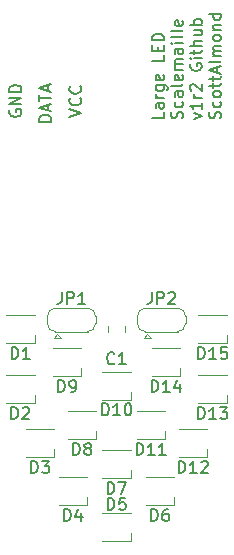
<source format=gbr>
G04 #@! TF.GenerationSoftware,KiCad,Pcbnew,(5.99.0-10027-g0561ce903e)*
G04 #@! TF.CreationDate,2021-10-10T12:50:56-07:00*
G04 #@! TF.ProjectId,scale_cca,7363616c-655f-4636-9361-2e6b69636164,v1r0*
G04 #@! TF.SameCoordinates,Original*
G04 #@! TF.FileFunction,Legend,Top*
G04 #@! TF.FilePolarity,Positive*
%FSLAX46Y46*%
G04 Gerber Fmt 4.6, Leading zero omitted, Abs format (unit mm)*
G04 Created by KiCad (PCBNEW (5.99.0-10027-g0561ce903e)) date 2021-10-10 12:50:56*
%MOMM*%
%LPD*%
G01*
G04 APERTURE LIST*
%ADD10C,0.150000*%
%ADD11C,0.120000*%
G04 APERTURE END LIST*
D10*
X40518880Y-22683214D02*
X40518880Y-23159404D01*
X39518880Y-23159404D01*
X40518880Y-21921309D02*
X39995071Y-21921309D01*
X39899833Y-21968928D01*
X39852214Y-22064166D01*
X39852214Y-22254642D01*
X39899833Y-22349880D01*
X40471261Y-21921309D02*
X40518880Y-22016547D01*
X40518880Y-22254642D01*
X40471261Y-22349880D01*
X40376023Y-22397500D01*
X40280785Y-22397500D01*
X40185547Y-22349880D01*
X40137928Y-22254642D01*
X40137928Y-22016547D01*
X40090309Y-21921309D01*
X40518880Y-21445119D02*
X39852214Y-21445119D01*
X40042690Y-21445119D02*
X39947452Y-21397500D01*
X39899833Y-21349880D01*
X39852214Y-21254642D01*
X39852214Y-21159404D01*
X39852214Y-20397500D02*
X40661738Y-20397500D01*
X40756976Y-20445119D01*
X40804595Y-20492738D01*
X40852214Y-20587976D01*
X40852214Y-20730833D01*
X40804595Y-20826071D01*
X40471261Y-20397500D02*
X40518880Y-20492738D01*
X40518880Y-20683214D01*
X40471261Y-20778452D01*
X40423642Y-20826071D01*
X40328404Y-20873690D01*
X40042690Y-20873690D01*
X39947452Y-20826071D01*
X39899833Y-20778452D01*
X39852214Y-20683214D01*
X39852214Y-20492738D01*
X39899833Y-20397500D01*
X40471261Y-19540357D02*
X40518880Y-19635595D01*
X40518880Y-19826071D01*
X40471261Y-19921309D01*
X40376023Y-19968928D01*
X39995071Y-19968928D01*
X39899833Y-19921309D01*
X39852214Y-19826071D01*
X39852214Y-19635595D01*
X39899833Y-19540357D01*
X39995071Y-19492738D01*
X40090309Y-19492738D01*
X40185547Y-19968928D01*
X40518880Y-17826071D02*
X40518880Y-18302261D01*
X39518880Y-18302261D01*
X39995071Y-17492738D02*
X39995071Y-17159404D01*
X40518880Y-17016547D02*
X40518880Y-17492738D01*
X39518880Y-17492738D01*
X39518880Y-17016547D01*
X40518880Y-16587976D02*
X39518880Y-16587976D01*
X39518880Y-16349880D01*
X39566500Y-16207023D01*
X39661738Y-16111785D01*
X39756976Y-16064166D01*
X39947452Y-16016547D01*
X40090309Y-16016547D01*
X40280785Y-16064166D01*
X40376023Y-16111785D01*
X40471261Y-16207023D01*
X40518880Y-16349880D01*
X40518880Y-16587976D01*
X42081261Y-23207023D02*
X42128880Y-23064166D01*
X42128880Y-22826071D01*
X42081261Y-22730833D01*
X42033642Y-22683214D01*
X41938404Y-22635595D01*
X41843166Y-22635595D01*
X41747928Y-22683214D01*
X41700309Y-22730833D01*
X41652690Y-22826071D01*
X41605071Y-23016547D01*
X41557452Y-23111785D01*
X41509833Y-23159404D01*
X41414595Y-23207023D01*
X41319357Y-23207023D01*
X41224119Y-23159404D01*
X41176500Y-23111785D01*
X41128880Y-23016547D01*
X41128880Y-22778452D01*
X41176500Y-22635595D01*
X42081261Y-21778452D02*
X42128880Y-21873690D01*
X42128880Y-22064166D01*
X42081261Y-22159404D01*
X42033642Y-22207023D01*
X41938404Y-22254642D01*
X41652690Y-22254642D01*
X41557452Y-22207023D01*
X41509833Y-22159404D01*
X41462214Y-22064166D01*
X41462214Y-21873690D01*
X41509833Y-21778452D01*
X42128880Y-20921309D02*
X41605071Y-20921309D01*
X41509833Y-20968928D01*
X41462214Y-21064166D01*
X41462214Y-21254642D01*
X41509833Y-21349880D01*
X42081261Y-20921309D02*
X42128880Y-21016547D01*
X42128880Y-21254642D01*
X42081261Y-21349880D01*
X41986023Y-21397500D01*
X41890785Y-21397500D01*
X41795547Y-21349880D01*
X41747928Y-21254642D01*
X41747928Y-21016547D01*
X41700309Y-20921309D01*
X42128880Y-20302261D02*
X42081261Y-20397500D01*
X41986023Y-20445119D01*
X41128880Y-20445119D01*
X42081261Y-19540357D02*
X42128880Y-19635595D01*
X42128880Y-19826071D01*
X42081261Y-19921309D01*
X41986023Y-19968928D01*
X41605071Y-19968928D01*
X41509833Y-19921309D01*
X41462214Y-19826071D01*
X41462214Y-19635595D01*
X41509833Y-19540357D01*
X41605071Y-19492738D01*
X41700309Y-19492738D01*
X41795547Y-19968928D01*
X42128880Y-19064166D02*
X41462214Y-19064166D01*
X41557452Y-19064166D02*
X41509833Y-19016547D01*
X41462214Y-18921309D01*
X41462214Y-18778452D01*
X41509833Y-18683214D01*
X41605071Y-18635595D01*
X42128880Y-18635595D01*
X41605071Y-18635595D02*
X41509833Y-18587976D01*
X41462214Y-18492738D01*
X41462214Y-18349880D01*
X41509833Y-18254642D01*
X41605071Y-18207023D01*
X42128880Y-18207023D01*
X42128880Y-17302261D02*
X41605071Y-17302261D01*
X41509833Y-17349880D01*
X41462214Y-17445119D01*
X41462214Y-17635595D01*
X41509833Y-17730833D01*
X42081261Y-17302261D02*
X42128880Y-17397500D01*
X42128880Y-17635595D01*
X42081261Y-17730833D01*
X41986023Y-17778452D01*
X41890785Y-17778452D01*
X41795547Y-17730833D01*
X41747928Y-17635595D01*
X41747928Y-17397500D01*
X41700309Y-17302261D01*
X42128880Y-16826071D02*
X41462214Y-16826071D01*
X41128880Y-16826071D02*
X41176500Y-16873690D01*
X41224119Y-16826071D01*
X41176500Y-16778452D01*
X41128880Y-16826071D01*
X41224119Y-16826071D01*
X42128880Y-16207023D02*
X42081261Y-16302261D01*
X41986023Y-16349880D01*
X41128880Y-16349880D01*
X42128880Y-15683214D02*
X42081261Y-15778452D01*
X41986023Y-15826071D01*
X41128880Y-15826071D01*
X42081261Y-14921309D02*
X42128880Y-15016547D01*
X42128880Y-15207023D01*
X42081261Y-15302261D01*
X41986023Y-15349880D01*
X41605071Y-15349880D01*
X41509833Y-15302261D01*
X41462214Y-15207023D01*
X41462214Y-15016547D01*
X41509833Y-14921309D01*
X41605071Y-14873690D01*
X41700309Y-14873690D01*
X41795547Y-15349880D01*
X43072214Y-23254642D02*
X43738880Y-23016547D01*
X43072214Y-22778452D01*
X43738880Y-21873690D02*
X43738880Y-22445119D01*
X43738880Y-22159404D02*
X42738880Y-22159404D01*
X42881738Y-22254642D01*
X42976976Y-22349880D01*
X43024595Y-22445119D01*
X43738880Y-21445119D02*
X43072214Y-21445119D01*
X43262690Y-21445119D02*
X43167452Y-21397500D01*
X43119833Y-21349880D01*
X43072214Y-21254642D01*
X43072214Y-21159404D01*
X42834119Y-20873690D02*
X42786500Y-20826071D01*
X42738880Y-20730833D01*
X42738880Y-20492738D01*
X42786500Y-20397500D01*
X42834119Y-20349880D01*
X42929357Y-20302261D01*
X43024595Y-20302261D01*
X43167452Y-20349880D01*
X43738880Y-20921309D01*
X43738880Y-20302261D01*
X42786500Y-18587976D02*
X42738880Y-18683214D01*
X42738880Y-18826071D01*
X42786500Y-18968928D01*
X42881738Y-19064166D01*
X42976976Y-19111785D01*
X43167452Y-19159404D01*
X43310309Y-19159404D01*
X43500785Y-19111785D01*
X43596023Y-19064166D01*
X43691261Y-18968928D01*
X43738880Y-18826071D01*
X43738880Y-18730833D01*
X43691261Y-18587976D01*
X43643642Y-18540357D01*
X43310309Y-18540357D01*
X43310309Y-18730833D01*
X43738880Y-18111785D02*
X43072214Y-18111785D01*
X42738880Y-18111785D02*
X42786500Y-18159404D01*
X42834119Y-18111785D01*
X42786500Y-18064166D01*
X42738880Y-18111785D01*
X42834119Y-18111785D01*
X43072214Y-17778452D02*
X43072214Y-17397500D01*
X42738880Y-17635595D02*
X43596023Y-17635595D01*
X43691261Y-17587976D01*
X43738880Y-17492738D01*
X43738880Y-17397500D01*
X43738880Y-17064166D02*
X42738880Y-17064166D01*
X43738880Y-16635595D02*
X43215071Y-16635595D01*
X43119833Y-16683214D01*
X43072214Y-16778452D01*
X43072214Y-16921309D01*
X43119833Y-17016547D01*
X43167452Y-17064166D01*
X43072214Y-15730833D02*
X43738880Y-15730833D01*
X43072214Y-16159404D02*
X43596023Y-16159404D01*
X43691261Y-16111785D01*
X43738880Y-16016547D01*
X43738880Y-15873690D01*
X43691261Y-15778452D01*
X43643642Y-15730833D01*
X43738880Y-15254642D02*
X42738880Y-15254642D01*
X43119833Y-15254642D02*
X43072214Y-15159404D01*
X43072214Y-14968928D01*
X43119833Y-14873690D01*
X43167452Y-14826071D01*
X43262690Y-14778452D01*
X43548404Y-14778452D01*
X43643642Y-14826071D01*
X43691261Y-14873690D01*
X43738880Y-14968928D01*
X43738880Y-15159404D01*
X43691261Y-15254642D01*
X45301261Y-23207023D02*
X45348880Y-23064166D01*
X45348880Y-22826071D01*
X45301261Y-22730833D01*
X45253642Y-22683214D01*
X45158404Y-22635595D01*
X45063166Y-22635595D01*
X44967928Y-22683214D01*
X44920309Y-22730833D01*
X44872690Y-22826071D01*
X44825071Y-23016547D01*
X44777452Y-23111785D01*
X44729833Y-23159404D01*
X44634595Y-23207023D01*
X44539357Y-23207023D01*
X44444119Y-23159404D01*
X44396500Y-23111785D01*
X44348880Y-23016547D01*
X44348880Y-22778452D01*
X44396500Y-22635595D01*
X45301261Y-21778452D02*
X45348880Y-21873690D01*
X45348880Y-22064166D01*
X45301261Y-22159404D01*
X45253642Y-22207023D01*
X45158404Y-22254642D01*
X44872690Y-22254642D01*
X44777452Y-22207023D01*
X44729833Y-22159404D01*
X44682214Y-22064166D01*
X44682214Y-21873690D01*
X44729833Y-21778452D01*
X45348880Y-21207023D02*
X45301261Y-21302261D01*
X45253642Y-21349880D01*
X45158404Y-21397500D01*
X44872690Y-21397500D01*
X44777452Y-21349880D01*
X44729833Y-21302261D01*
X44682214Y-21207023D01*
X44682214Y-21064166D01*
X44729833Y-20968928D01*
X44777452Y-20921309D01*
X44872690Y-20873690D01*
X45158404Y-20873690D01*
X45253642Y-20921309D01*
X45301261Y-20968928D01*
X45348880Y-21064166D01*
X45348880Y-21207023D01*
X44682214Y-20587976D02*
X44682214Y-20207023D01*
X44348880Y-20445119D02*
X45206023Y-20445119D01*
X45301261Y-20397500D01*
X45348880Y-20302261D01*
X45348880Y-20207023D01*
X44682214Y-20016547D02*
X44682214Y-19635595D01*
X44348880Y-19873690D02*
X45206023Y-19873690D01*
X45301261Y-19826071D01*
X45348880Y-19730833D01*
X45348880Y-19635595D01*
X45063166Y-19349880D02*
X45063166Y-18873690D01*
X45348880Y-19445119D02*
X44348880Y-19111785D01*
X45348880Y-18778452D01*
X45348880Y-18302261D02*
X45301261Y-18397500D01*
X45206023Y-18445119D01*
X44348880Y-18445119D01*
X45348880Y-17921309D02*
X44682214Y-17921309D01*
X44777452Y-17921309D02*
X44729833Y-17873690D01*
X44682214Y-17778452D01*
X44682214Y-17635595D01*
X44729833Y-17540357D01*
X44825071Y-17492738D01*
X45348880Y-17492738D01*
X44825071Y-17492738D02*
X44729833Y-17445119D01*
X44682214Y-17349880D01*
X44682214Y-17207023D01*
X44729833Y-17111785D01*
X44825071Y-17064166D01*
X45348880Y-17064166D01*
X45348880Y-16445119D02*
X45301261Y-16540357D01*
X45253642Y-16587976D01*
X45158404Y-16635595D01*
X44872690Y-16635595D01*
X44777452Y-16587976D01*
X44729833Y-16540357D01*
X44682214Y-16445119D01*
X44682214Y-16302261D01*
X44729833Y-16207023D01*
X44777452Y-16159404D01*
X44872690Y-16111785D01*
X45158404Y-16111785D01*
X45253642Y-16159404D01*
X45301261Y-16207023D01*
X45348880Y-16302261D01*
X45348880Y-16445119D01*
X44682214Y-15683214D02*
X45348880Y-15683214D01*
X44777452Y-15683214D02*
X44729833Y-15635595D01*
X44682214Y-15540357D01*
X44682214Y-15397500D01*
X44729833Y-15302261D01*
X44825071Y-15254642D01*
X45348880Y-15254642D01*
X45348880Y-14349880D02*
X44348880Y-14349880D01*
X45301261Y-14349880D02*
X45348880Y-14445119D01*
X45348880Y-14635595D01*
X45301261Y-14730833D01*
X45253642Y-14778452D01*
X45158404Y-14826071D01*
X44872690Y-14826071D01*
X44777452Y-14778452D01*
X44729833Y-14730833D01*
X44682214Y-14635595D01*
X44682214Y-14445119D01*
X44729833Y-14349880D01*
X39489166Y-37911380D02*
X39489166Y-38625666D01*
X39441547Y-38768523D01*
X39346309Y-38863761D01*
X39203452Y-38911380D01*
X39108214Y-38911380D01*
X39965357Y-38911380D02*
X39965357Y-37911380D01*
X40346309Y-37911380D01*
X40441547Y-37959000D01*
X40489166Y-38006619D01*
X40536785Y-38101857D01*
X40536785Y-38244714D01*
X40489166Y-38339952D01*
X40441547Y-38387571D01*
X40346309Y-38435190D01*
X39965357Y-38435190D01*
X40917738Y-38006619D02*
X40965357Y-37959000D01*
X41060595Y-37911380D01*
X41298690Y-37911380D01*
X41393928Y-37959000D01*
X41441547Y-38006619D01*
X41489166Y-38101857D01*
X41489166Y-38197095D01*
X41441547Y-38339952D01*
X40870119Y-38911380D01*
X41489166Y-38911380D01*
X39489214Y-46367380D02*
X39489214Y-45367380D01*
X39727309Y-45367380D01*
X39870166Y-45415000D01*
X39965404Y-45510238D01*
X40013023Y-45605476D01*
X40060642Y-45795952D01*
X40060642Y-45938809D01*
X40013023Y-46129285D01*
X39965404Y-46224523D01*
X39870166Y-46319761D01*
X39727309Y-46367380D01*
X39489214Y-46367380D01*
X41013023Y-46367380D02*
X40441595Y-46367380D01*
X40727309Y-46367380D02*
X40727309Y-45367380D01*
X40632071Y-45510238D01*
X40536833Y-45605476D01*
X40441595Y-45653095D01*
X41870166Y-45700714D02*
X41870166Y-46367380D01*
X41632071Y-45319761D02*
X41393976Y-46034047D01*
X42013023Y-46034047D01*
X32535880Y-23050333D02*
X33535880Y-22717000D01*
X32535880Y-22383666D01*
X33440642Y-21478904D02*
X33488261Y-21526523D01*
X33535880Y-21669380D01*
X33535880Y-21764619D01*
X33488261Y-21907476D01*
X33393023Y-22002714D01*
X33297785Y-22050333D01*
X33107309Y-22097952D01*
X32964452Y-22097952D01*
X32773976Y-22050333D01*
X32678738Y-22002714D01*
X32583500Y-21907476D01*
X32535880Y-21764619D01*
X32535880Y-21669380D01*
X32583500Y-21526523D01*
X32631119Y-21478904D01*
X33440642Y-20478904D02*
X33488261Y-20526523D01*
X33535880Y-20669380D01*
X33535880Y-20764619D01*
X33488261Y-20907476D01*
X33393023Y-21002714D01*
X33297785Y-21050333D01*
X33107309Y-21097952D01*
X32964452Y-21097952D01*
X32773976Y-21050333D01*
X32678738Y-21002714D01*
X32583500Y-20907476D01*
X32535880Y-20764619D01*
X32535880Y-20669380D01*
X32583500Y-20526523D01*
X32631119Y-20478904D01*
X32853404Y-51701380D02*
X32853404Y-50701380D01*
X33091500Y-50701380D01*
X33234357Y-50749000D01*
X33329595Y-50844238D01*
X33377214Y-50939476D01*
X33424833Y-51129952D01*
X33424833Y-51272809D01*
X33377214Y-51463285D01*
X33329595Y-51558523D01*
X33234357Y-51653761D01*
X33091500Y-51701380D01*
X32853404Y-51701380D01*
X33996261Y-51129952D02*
X33901023Y-51082333D01*
X33853404Y-51034714D01*
X33805785Y-50939476D01*
X33805785Y-50891857D01*
X33853404Y-50796619D01*
X33901023Y-50749000D01*
X33996261Y-50701380D01*
X34186738Y-50701380D01*
X34281976Y-50749000D01*
X34329595Y-50796619D01*
X34377214Y-50891857D01*
X34377214Y-50939476D01*
X34329595Y-51034714D01*
X34281976Y-51082333D01*
X34186738Y-51129952D01*
X33996261Y-51129952D01*
X33901023Y-51177571D01*
X33853404Y-51225190D01*
X33805785Y-51320428D01*
X33805785Y-51510904D01*
X33853404Y-51606142D01*
X33901023Y-51653761D01*
X33996261Y-51701380D01*
X34186738Y-51701380D01*
X34281976Y-51653761D01*
X34329595Y-51606142D01*
X34377214Y-51510904D01*
X34377214Y-51320428D01*
X34329595Y-51225190D01*
X34281976Y-51177571D01*
X34186738Y-51129952D01*
X29297404Y-53225380D02*
X29297404Y-52225380D01*
X29535500Y-52225380D01*
X29678357Y-52273000D01*
X29773595Y-52368238D01*
X29821214Y-52463476D01*
X29868833Y-52653952D01*
X29868833Y-52796809D01*
X29821214Y-52987285D01*
X29773595Y-53082523D01*
X29678357Y-53177761D01*
X29535500Y-53225380D01*
X29297404Y-53225380D01*
X30202166Y-52225380D02*
X30821214Y-52225380D01*
X30487880Y-52606333D01*
X30630738Y-52606333D01*
X30725976Y-52653952D01*
X30773595Y-52701571D01*
X30821214Y-52796809D01*
X30821214Y-53034904D01*
X30773595Y-53130142D01*
X30725976Y-53177761D01*
X30630738Y-53225380D01*
X30345023Y-53225380D01*
X30249785Y-53177761D01*
X30202166Y-53130142D01*
X31583404Y-46367380D02*
X31583404Y-45367380D01*
X31821500Y-45367380D01*
X31964357Y-45415000D01*
X32059595Y-45510238D01*
X32107214Y-45605476D01*
X32154833Y-45795952D01*
X32154833Y-45938809D01*
X32107214Y-46129285D01*
X32059595Y-46224523D01*
X31964357Y-46319761D01*
X31821500Y-46367380D01*
X31583404Y-46367380D01*
X32631023Y-46367380D02*
X32821500Y-46367380D01*
X32916738Y-46319761D01*
X32964357Y-46272142D01*
X33059595Y-46129285D01*
X33107214Y-45938809D01*
X33107214Y-45557857D01*
X33059595Y-45462619D01*
X33011976Y-45415000D01*
X32916738Y-45367380D01*
X32726261Y-45367380D01*
X32631023Y-45415000D01*
X32583404Y-45462619D01*
X32535785Y-45557857D01*
X32535785Y-45795952D01*
X32583404Y-45891190D01*
X32631023Y-45938809D01*
X32726261Y-45986428D01*
X32916738Y-45986428D01*
X33011976Y-45938809D01*
X33059595Y-45891190D01*
X33107214Y-45795952D01*
X38219214Y-51701380D02*
X38219214Y-50701380D01*
X38457309Y-50701380D01*
X38600166Y-50749000D01*
X38695404Y-50844238D01*
X38743023Y-50939476D01*
X38790642Y-51129952D01*
X38790642Y-51272809D01*
X38743023Y-51463285D01*
X38695404Y-51558523D01*
X38600166Y-51653761D01*
X38457309Y-51701380D01*
X38219214Y-51701380D01*
X39743023Y-51701380D02*
X39171595Y-51701380D01*
X39457309Y-51701380D02*
X39457309Y-50701380D01*
X39362071Y-50844238D01*
X39266833Y-50939476D01*
X39171595Y-50987095D01*
X40695404Y-51701380D02*
X40123976Y-51701380D01*
X40409690Y-51701380D02*
X40409690Y-50701380D01*
X40314452Y-50844238D01*
X40219214Y-50939476D01*
X40123976Y-50987095D01*
X31869166Y-37911380D02*
X31869166Y-38625666D01*
X31821547Y-38768523D01*
X31726309Y-38863761D01*
X31583452Y-38911380D01*
X31488214Y-38911380D01*
X32345357Y-38911380D02*
X32345357Y-37911380D01*
X32726309Y-37911380D01*
X32821547Y-37959000D01*
X32869166Y-38006619D01*
X32916785Y-38101857D01*
X32916785Y-38244714D01*
X32869166Y-38339952D01*
X32821547Y-38387571D01*
X32726309Y-38435190D01*
X32345357Y-38435190D01*
X33869166Y-38911380D02*
X33297738Y-38911380D01*
X33583452Y-38911380D02*
X33583452Y-37911380D01*
X33488214Y-38054238D01*
X33392976Y-38149476D01*
X33297738Y-38197095D01*
X43426214Y-48653380D02*
X43426214Y-47653380D01*
X43664309Y-47653380D01*
X43807166Y-47701000D01*
X43902404Y-47796238D01*
X43950023Y-47891476D01*
X43997642Y-48081952D01*
X43997642Y-48224809D01*
X43950023Y-48415285D01*
X43902404Y-48510523D01*
X43807166Y-48605761D01*
X43664309Y-48653380D01*
X43426214Y-48653380D01*
X44950023Y-48653380D02*
X44378595Y-48653380D01*
X44664309Y-48653380D02*
X44664309Y-47653380D01*
X44569071Y-47796238D01*
X44473833Y-47891476D01*
X44378595Y-47939095D01*
X45283357Y-47653380D02*
X45902404Y-47653380D01*
X45569071Y-48034333D01*
X45711928Y-48034333D01*
X45807166Y-48081952D01*
X45854785Y-48129571D01*
X45902404Y-48224809D01*
X45902404Y-48462904D01*
X45854785Y-48558142D01*
X45807166Y-48605761D01*
X45711928Y-48653380D01*
X45426214Y-48653380D01*
X45330976Y-48605761D01*
X45283357Y-48558142D01*
X30985869Y-23471000D02*
X29985869Y-23471000D01*
X29985869Y-23232904D01*
X30033489Y-23090047D01*
X30128727Y-22994809D01*
X30223965Y-22947190D01*
X30414441Y-22899571D01*
X30557298Y-22899571D01*
X30747774Y-22947190D01*
X30843012Y-22994809D01*
X30938250Y-23090047D01*
X30985869Y-23232904D01*
X30985869Y-23471000D01*
X30700155Y-22518619D02*
X30700155Y-22042428D01*
X30985869Y-22613857D02*
X29985869Y-22280523D01*
X30985869Y-21947190D01*
X29985869Y-21756714D02*
X29985869Y-21185285D01*
X30985869Y-21471000D02*
X29985869Y-21471000D01*
X30700155Y-20899571D02*
X30700155Y-20423380D01*
X30985869Y-20994809D02*
X29985869Y-20661476D01*
X30985869Y-20328142D01*
X27646404Y-43573380D02*
X27646404Y-42573380D01*
X27884500Y-42573380D01*
X28027357Y-42621000D01*
X28122595Y-42716238D01*
X28170214Y-42811476D01*
X28217833Y-43001952D01*
X28217833Y-43144809D01*
X28170214Y-43335285D01*
X28122595Y-43430523D01*
X28027357Y-43525761D01*
X27884500Y-43573380D01*
X27646404Y-43573380D01*
X29170214Y-43573380D02*
X28598785Y-43573380D01*
X28884500Y-43573380D02*
X28884500Y-42573380D01*
X28789261Y-42716238D01*
X28694023Y-42811476D01*
X28598785Y-42859095D01*
X32091404Y-57289380D02*
X32091404Y-56289380D01*
X32329500Y-56289380D01*
X32472357Y-56337000D01*
X32567595Y-56432238D01*
X32615214Y-56527476D01*
X32662833Y-56717952D01*
X32662833Y-56860809D01*
X32615214Y-57051285D01*
X32567595Y-57146523D01*
X32472357Y-57241761D01*
X32329500Y-57289380D01*
X32091404Y-57289380D01*
X33519976Y-56622714D02*
X33519976Y-57289380D01*
X33281880Y-56241761D02*
X33043785Y-56956047D01*
X33662833Y-56956047D01*
X36345833Y-43918142D02*
X36298214Y-43965761D01*
X36155357Y-44013380D01*
X36060119Y-44013380D01*
X35917261Y-43965761D01*
X35822023Y-43870523D01*
X35774404Y-43775285D01*
X35726785Y-43584809D01*
X35726785Y-43441952D01*
X35774404Y-43251476D01*
X35822023Y-43156238D01*
X35917261Y-43061000D01*
X36060119Y-43013380D01*
X36155357Y-43013380D01*
X36298214Y-43061000D01*
X36345833Y-43108619D01*
X37298214Y-44013380D02*
X36726785Y-44013380D01*
X37012500Y-44013380D02*
X37012500Y-43013380D01*
X36917261Y-43156238D01*
X36822023Y-43251476D01*
X36726785Y-43299095D01*
X35774404Y-55003380D02*
X35774404Y-54003380D01*
X36012500Y-54003380D01*
X36155357Y-54051000D01*
X36250595Y-54146238D01*
X36298214Y-54241476D01*
X36345833Y-54431952D01*
X36345833Y-54574809D01*
X36298214Y-54765285D01*
X36250595Y-54860523D01*
X36155357Y-54955761D01*
X36012500Y-55003380D01*
X35774404Y-55003380D01*
X36679166Y-54003380D02*
X37345833Y-54003380D01*
X36917261Y-55003380D01*
X35774404Y-56332380D02*
X35774404Y-55332380D01*
X36012500Y-55332380D01*
X36155357Y-55380000D01*
X36250595Y-55475238D01*
X36298214Y-55570476D01*
X36345833Y-55760952D01*
X36345833Y-55903809D01*
X36298214Y-56094285D01*
X36250595Y-56189523D01*
X36155357Y-56284761D01*
X36012500Y-56332380D01*
X35774404Y-56332380D01*
X37250595Y-55332380D02*
X36774404Y-55332380D01*
X36726785Y-55808571D01*
X36774404Y-55760952D01*
X36869642Y-55713333D01*
X37107738Y-55713333D01*
X37202976Y-55760952D01*
X37250595Y-55808571D01*
X37298214Y-55903809D01*
X37298214Y-56141904D01*
X37250595Y-56237142D01*
X37202976Y-56284761D01*
X37107738Y-56332380D01*
X36869642Y-56332380D01*
X36774404Y-56284761D01*
X36726785Y-56237142D01*
X35298214Y-48331380D02*
X35298214Y-47331380D01*
X35536309Y-47331380D01*
X35679166Y-47379000D01*
X35774404Y-47474238D01*
X35822023Y-47569476D01*
X35869642Y-47759952D01*
X35869642Y-47902809D01*
X35822023Y-48093285D01*
X35774404Y-48188523D01*
X35679166Y-48283761D01*
X35536309Y-48331380D01*
X35298214Y-48331380D01*
X36822023Y-48331380D02*
X36250595Y-48331380D01*
X36536309Y-48331380D02*
X36536309Y-47331380D01*
X36441071Y-47474238D01*
X36345833Y-47569476D01*
X36250595Y-47617095D01*
X37441071Y-47331380D02*
X37536309Y-47331380D01*
X37631547Y-47379000D01*
X37679166Y-47426619D01*
X37726785Y-47521857D01*
X37774404Y-47712333D01*
X37774404Y-47950428D01*
X37726785Y-48140904D01*
X37679166Y-48236142D01*
X37631547Y-48283761D01*
X37536309Y-48331380D01*
X37441071Y-48331380D01*
X37345833Y-48283761D01*
X37298214Y-48236142D01*
X37250595Y-48140904D01*
X37202976Y-47950428D01*
X37202976Y-47712333D01*
X37250595Y-47521857D01*
X37298214Y-47426619D01*
X37345833Y-47379000D01*
X37441071Y-47331380D01*
X43426214Y-43573380D02*
X43426214Y-42573380D01*
X43664309Y-42573380D01*
X43807166Y-42621000D01*
X43902404Y-42716238D01*
X43950023Y-42811476D01*
X43997642Y-43001952D01*
X43997642Y-43144809D01*
X43950023Y-43335285D01*
X43902404Y-43430523D01*
X43807166Y-43525761D01*
X43664309Y-43573380D01*
X43426214Y-43573380D01*
X44950023Y-43573380D02*
X44378595Y-43573380D01*
X44664309Y-43573380D02*
X44664309Y-42573380D01*
X44569071Y-42716238D01*
X44473833Y-42811476D01*
X44378595Y-42859095D01*
X45854785Y-42573380D02*
X45378595Y-42573380D01*
X45330976Y-43049571D01*
X45378595Y-43001952D01*
X45473833Y-42954333D01*
X45711928Y-42954333D01*
X45807166Y-43001952D01*
X45854785Y-43049571D01*
X45902404Y-43144809D01*
X45902404Y-43382904D01*
X45854785Y-43478142D01*
X45807166Y-43525761D01*
X45711928Y-43573380D01*
X45473833Y-43573380D01*
X45378595Y-43525761D01*
X45330976Y-43478142D01*
X27620004Y-48652580D02*
X27620004Y-47652580D01*
X27858100Y-47652580D01*
X28000957Y-47700200D01*
X28096195Y-47795438D01*
X28143814Y-47890676D01*
X28191433Y-48081152D01*
X28191433Y-48224009D01*
X28143814Y-48414485D01*
X28096195Y-48509723D01*
X28000957Y-48604961D01*
X27858100Y-48652580D01*
X27620004Y-48652580D01*
X28572385Y-47747819D02*
X28620004Y-47700200D01*
X28715242Y-47652580D01*
X28953338Y-47652580D01*
X29048576Y-47700200D01*
X29096195Y-47747819D01*
X29143814Y-47843057D01*
X29143814Y-47938295D01*
X29096195Y-48081152D01*
X28524766Y-48652580D01*
X29143814Y-48652580D01*
X39457404Y-57289380D02*
X39457404Y-56289380D01*
X39695500Y-56289380D01*
X39838357Y-56337000D01*
X39933595Y-56432238D01*
X39981214Y-56527476D01*
X40028833Y-56717952D01*
X40028833Y-56860809D01*
X39981214Y-57051285D01*
X39933595Y-57146523D01*
X39838357Y-57241761D01*
X39695500Y-57289380D01*
X39457404Y-57289380D01*
X40885976Y-56289380D02*
X40695500Y-56289380D01*
X40600261Y-56337000D01*
X40552642Y-56384619D01*
X40457404Y-56527476D01*
X40409785Y-56717952D01*
X40409785Y-57098904D01*
X40457404Y-57194142D01*
X40505023Y-57241761D01*
X40600261Y-57289380D01*
X40790738Y-57289380D01*
X40885976Y-57241761D01*
X40933595Y-57194142D01*
X40981214Y-57098904D01*
X40981214Y-56860809D01*
X40933595Y-56765571D01*
X40885976Y-56717952D01*
X40790738Y-56670333D01*
X40600261Y-56670333D01*
X40505023Y-56717952D01*
X40457404Y-56765571D01*
X40409785Y-56860809D01*
X27503500Y-22478904D02*
X27455880Y-22574142D01*
X27455880Y-22717000D01*
X27503500Y-22859857D01*
X27598738Y-22955095D01*
X27693976Y-23002714D01*
X27884452Y-23050333D01*
X28027309Y-23050333D01*
X28217785Y-23002714D01*
X28313023Y-22955095D01*
X28408261Y-22859857D01*
X28455880Y-22717000D01*
X28455880Y-22621761D01*
X28408261Y-22478904D01*
X28360642Y-22431285D01*
X28027309Y-22431285D01*
X28027309Y-22621761D01*
X28455880Y-22002714D02*
X27455880Y-22002714D01*
X28455880Y-21431285D01*
X27455880Y-21431285D01*
X28455880Y-20955095D02*
X27455880Y-20955095D01*
X27455880Y-20717000D01*
X27503500Y-20574142D01*
X27598738Y-20478904D01*
X27693976Y-20431285D01*
X27884452Y-20383666D01*
X28027309Y-20383666D01*
X28217785Y-20431285D01*
X28313023Y-20478904D01*
X28408261Y-20574142D01*
X28455880Y-20717000D01*
X28455880Y-20955095D01*
X41775214Y-53225380D02*
X41775214Y-52225380D01*
X42013309Y-52225380D01*
X42156166Y-52273000D01*
X42251404Y-52368238D01*
X42299023Y-52463476D01*
X42346642Y-52653952D01*
X42346642Y-52796809D01*
X42299023Y-52987285D01*
X42251404Y-53082523D01*
X42156166Y-53177761D01*
X42013309Y-53225380D01*
X41775214Y-53225380D01*
X43299023Y-53225380D02*
X42727595Y-53225380D01*
X43013309Y-53225380D02*
X43013309Y-52225380D01*
X42918071Y-52368238D01*
X42822833Y-52463476D01*
X42727595Y-52511095D01*
X43679976Y-52320619D02*
X43727595Y-52273000D01*
X43822833Y-52225380D01*
X44060928Y-52225380D01*
X44156166Y-52273000D01*
X44203785Y-52320619D01*
X44251404Y-52415857D01*
X44251404Y-52511095D01*
X44203785Y-52653952D01*
X43632357Y-53225380D01*
X44251404Y-53225380D01*
D11*
X38272500Y-40559000D02*
X38272500Y-39959000D01*
X39122500Y-41459000D02*
X38822500Y-41759000D01*
X38922500Y-39259000D02*
X41722500Y-39259000D01*
X42372500Y-39959000D02*
X42372500Y-40559000D01*
X41722500Y-41259000D02*
X38922500Y-41259000D01*
X39122500Y-41459000D02*
X39422500Y-41759000D01*
X38822500Y-41759000D02*
X39422500Y-41759000D01*
X38272500Y-39959000D02*
G75*
G02*
X38972500Y-39259000I700000J0D01*
G01*
X42372500Y-40559000D02*
G75*
G02*
X41672500Y-41259000I-700000J0D01*
G01*
X38972500Y-41259000D02*
G75*
G02*
X38272500Y-40559000I0J700000D01*
G01*
X41672500Y-39259000D02*
G75*
G02*
X42372500Y-39959000I0J-700000D01*
G01*
X39503500Y-45015000D02*
X41903500Y-45015000D01*
X41903500Y-45015000D02*
X41903500Y-44315000D01*
X39503500Y-42615000D02*
X41903500Y-42615000D01*
X32391500Y-47949000D02*
X34791500Y-47949000D01*
X32391500Y-50349000D02*
X34791500Y-50349000D01*
X34791500Y-50349000D02*
X34791500Y-49649000D01*
X28835500Y-51873000D02*
X31235500Y-51873000D01*
X28835500Y-49473000D02*
X31235500Y-49473000D01*
X31235500Y-51873000D02*
X31235500Y-51173000D01*
X33521500Y-45015000D02*
X33521500Y-44315000D01*
X31121500Y-42615000D02*
X33521500Y-42615000D01*
X31121500Y-45015000D02*
X33521500Y-45015000D01*
X38233500Y-47949000D02*
X40633500Y-47949000D01*
X38233500Y-50349000D02*
X40633500Y-50349000D01*
X40633500Y-50349000D02*
X40633500Y-49649000D01*
X30652500Y-40559000D02*
X30652500Y-39959000D01*
X31502500Y-41459000D02*
X31202500Y-41759000D01*
X31202500Y-41759000D02*
X31802500Y-41759000D01*
X31302500Y-39259000D02*
X34102500Y-39259000D01*
X34752500Y-39959000D02*
X34752500Y-40559000D01*
X31502500Y-41459000D02*
X31802500Y-41759000D01*
X34102500Y-41259000D02*
X31302500Y-41259000D01*
X30652500Y-39959000D02*
G75*
G02*
X31352500Y-39259000I700000J0D01*
G01*
X34752500Y-40559000D02*
G75*
G02*
X34052500Y-41259000I-700000J0D01*
G01*
X34052500Y-39259000D02*
G75*
G02*
X34752500Y-39959000I0J-700000D01*
G01*
X31352500Y-41259000D02*
G75*
G02*
X30652500Y-40559000I0J700000D01*
G01*
X43440500Y-47301000D02*
X45840500Y-47301000D01*
X45840500Y-47301000D02*
X45840500Y-46601000D01*
X43440500Y-44901000D02*
X45840500Y-44901000D01*
X27184500Y-39821000D02*
X29584500Y-39821000D01*
X27184500Y-42221000D02*
X29584500Y-42221000D01*
X29584500Y-42221000D02*
X29584500Y-41521000D01*
X31629500Y-53537000D02*
X34029500Y-53537000D01*
X34029500Y-55937000D02*
X34029500Y-55237000D01*
X31629500Y-55937000D02*
X34029500Y-55937000D01*
X37247500Y-41282252D02*
X37247500Y-40759748D01*
X35777500Y-41282252D02*
X35777500Y-40759748D01*
X35312500Y-53651000D02*
X37712500Y-53651000D01*
X35312500Y-51251000D02*
X37712500Y-51251000D01*
X37712500Y-53651000D02*
X37712500Y-52951000D01*
X35312500Y-58985000D02*
X37712500Y-58985000D01*
X37712500Y-58985000D02*
X37712500Y-58285000D01*
X35312500Y-56585000D02*
X37712500Y-56585000D01*
X35312500Y-47047000D02*
X37712500Y-47047000D01*
X37712500Y-47047000D02*
X37712500Y-46347000D01*
X35312500Y-44647000D02*
X37712500Y-44647000D01*
X45840500Y-42221000D02*
X45840500Y-41521000D01*
X43440500Y-42221000D02*
X45840500Y-42221000D01*
X43440500Y-39821000D02*
X45840500Y-39821000D01*
X27184500Y-47301000D02*
X29584500Y-47301000D01*
X27184500Y-44901000D02*
X29584500Y-44901000D01*
X29584500Y-47301000D02*
X29584500Y-46601000D01*
X38995500Y-53537000D02*
X41395500Y-53537000D01*
X38995500Y-55937000D02*
X41395500Y-55937000D01*
X41395500Y-55937000D02*
X41395500Y-55237000D01*
X41789500Y-49473000D02*
X44189500Y-49473000D01*
X41789500Y-51873000D02*
X44189500Y-51873000D01*
X44189500Y-51873000D02*
X44189500Y-51173000D01*
M02*

</source>
